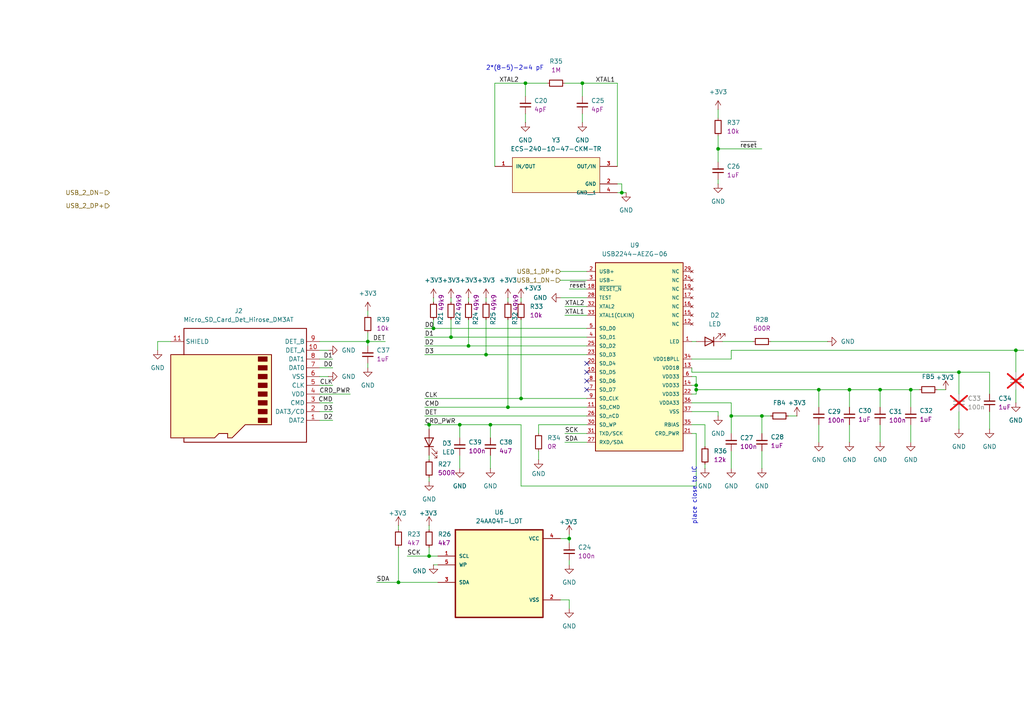
<source format=kicad_sch>
(kicad_sch (version 20231120) (generator "eeschema") (generator_version "8.0")
  (paper "A4")
  (junction (at 135.89 100.33))
  (junction (at 140.97 102.87))
  (junction (at 124.46 123.19))
  (junction (at 220.98 120.65))
  (junction (at 255.27 113.03))
  (junction (at 106.68 99.06))
  (junction (at 152.4 24.13))
  (junction (at 125.73 95.25))
  (junction (at 246.38 113.03))
  (junction (at 278.13 107.95))
  (junction (at 208.28 43.18))
  (junction (at 165.1 156.21))
  (junction (at 237.49 113.03))
  (junction (at 294.64 101.6))
  (junction (at 115.57 168.91))
  (junction (at 212.09 120.65))
  (junction (at 151.13 115.57))
  (junction (at 142.24 123.19))
  (junction (at 147.32 118.11))
  (junction (at 201.93 113.03))
  (junction (at 201.93 111.76))
  (junction (at 124.46 161.29))
  (junction (at 130.81 97.79))
  (junction (at 133.35 123.19))
  (junction (at 264.16 113.03))
  (junction (at 168.91 24.13))
  (junction (at 180.34 55.88))
  (no_connect (at 170.18 110.49))
  (no_connect (at 170.18 113.03))
  (no_connect (at 170.18 107.95))
  (no_connect (at 170.18 105.41))
  (wire (pts (xy 212.09 116.84) (xy 212.09 120.65)))
  (wire (pts (xy 125.73 92.71) (xy 125.73 95.25)))
  (wire (pts (xy 92.71 104.14) (xy 96.52 104.14)))
  (wire (pts (xy 201.93 140.97) (xy 151.13 140.97)))
  (wire (pts (xy 163.83 24.13) (xy 168.91 24.13)))
  (wire (pts (xy 220.98 120.65) (xy 220.98 125.73)))
  (wire (pts (xy 237.49 113.03) (xy 246.38 113.03)))
  (wire (pts (xy 142.24 132.08) (xy 142.24 135.89)))
  (wire (pts (xy 179.07 48.26) (xy 179.07 24.13)))
  (wire (pts (xy 130.81 92.71) (xy 130.81 97.79)))
  (wire (pts (xy 228.6 120.65) (xy 231.14 120.65)))
  (wire (pts (xy 92.71 99.06) (xy 106.68 99.06)))
  (wire (pts (xy 124.46 138.43) (xy 124.46 139.7)))
  (wire (pts (xy 124.46 152.4) (xy 124.46 153.67)))
  (wire (pts (xy 200.66 104.14) (xy 212.09 104.14)))
  (wire (pts (xy 124.46 132.08) (xy 124.46 133.35)))
  (wire (pts (xy 208.28 43.18) (xy 208.28 39.37)))
  (wire (pts (xy 92.71 119.38) (xy 96.52 119.38)))
  (wire (pts (xy 151.13 92.71) (xy 151.13 115.57)))
  (wire (pts (xy 180.34 53.34) (xy 179.07 53.34)))
  (wire (pts (xy 106.68 96.52) (xy 106.68 99.06)))
  (wire (pts (xy 246.38 113.03) (xy 246.38 118.11)))
  (wire (pts (xy 123.19 120.65) (xy 170.18 120.65)))
  (wire (pts (xy 115.57 168.91) (xy 127 168.91)))
  (wire (pts (xy 220.98 120.65) (xy 223.52 120.65)))
  (wire (pts (xy 49.53 99.06) (xy 45.72 99.06)))
  (wire (pts (xy 165.1 156.21) (xy 165.1 157.48)))
  (wire (pts (xy 165.1 162.56) (xy 165.1 163.83)))
  (wire (pts (xy 168.91 33.02) (xy 168.91 35.56)))
  (wire (pts (xy 255.27 113.03) (xy 255.27 118.11)))
  (wire (pts (xy 123.19 123.19) (xy 124.46 123.19)))
  (wire (pts (xy 287.02 119.38) (xy 287.02 124.46)))
  (wire (pts (xy 45.72 99.06) (xy 45.72 101.6)))
  (wire (pts (xy 212.09 116.84) (xy 200.66 116.84)))
  (wire (pts (xy 106.68 99.06) (xy 106.68 100.33)))
  (wire (pts (xy 303.53 113.03) (xy 303.53 116.84)))
  (wire (pts (xy 208.28 52.07) (xy 208.28 53.34)))
  (wire (pts (xy 201.93 109.22) (xy 201.93 111.76)))
  (wire (pts (xy 123.19 95.25) (xy 125.73 95.25)))
  (wire (pts (xy 294.64 101.6) (xy 294.64 107.95)))
  (wire (pts (xy 125.73 86.36) (xy 125.73 87.63)))
  (wire (pts (xy 151.13 86.36) (xy 151.13 87.63)))
  (wire (pts (xy 201.93 113.03) (xy 201.93 114.3)))
  (wire (pts (xy 162.56 156.21) (xy 165.1 156.21)))
  (wire (pts (xy 264.16 123.19) (xy 264.16 128.27)))
  (wire (pts (xy 212.09 104.14) (xy 212.09 101.6)))
  (wire (pts (xy 92.71 116.84) (xy 96.52 116.84)))
  (wire (pts (xy 204.47 134.62) (xy 204.47 135.89)))
  (wire (pts (xy 163.83 88.9) (xy 170.18 88.9)))
  (wire (pts (xy 220.98 130.81) (xy 220.98 135.89)))
  (wire (pts (xy 278.13 107.95) (xy 278.13 114.3)))
  (wire (pts (xy 142.24 123.19) (xy 151.13 123.19)))
  (wire (pts (xy 201.93 114.3) (xy 200.66 114.3)))
  (wire (pts (xy 264.16 113.03) (xy 266.7 113.03)))
  (wire (pts (xy 201.93 109.22) (xy 200.66 109.22)))
  (wire (pts (xy 124.46 123.19) (xy 124.46 124.46)))
  (wire (pts (xy 115.57 152.4) (xy 115.57 153.67)))
  (wire (pts (xy 212.09 120.65) (xy 212.09 125.73)))
  (wire (pts (xy 92.71 106.68) (xy 96.52 106.68)))
  (wire (pts (xy 156.21 130.81) (xy 156.21 133.35)))
  (wire (pts (xy 200.66 123.19) (xy 204.47 123.19)))
  (wire (pts (xy 163.83 91.44) (xy 170.18 91.44)))
  (wire (pts (xy 165.1 83.82) (xy 170.18 83.82)))
  (wire (pts (xy 125.73 163.83) (xy 127 163.83)))
  (wire (pts (xy 123.19 115.57) (xy 151.13 115.57)))
  (wire (pts (xy 151.13 140.97) (xy 151.13 123.19)))
  (wire (pts (xy 123.19 100.33) (xy 135.89 100.33)))
  (wire (pts (xy 165.1 173.99) (xy 165.1 176.53)))
  (wire (pts (xy 162.56 86.36) (xy 170.18 86.36)))
  (wire (pts (xy 201.93 113.03) (xy 201.93 111.76)))
  (wire (pts (xy 200.66 119.38) (xy 208.28 119.38)))
  (wire (pts (xy 168.91 24.13) (xy 168.91 27.94)))
  (wire (pts (xy 237.49 123.19) (xy 237.49 128.27)))
  (wire (pts (xy 135.89 92.71) (xy 135.89 100.33)))
  (wire (pts (xy 118.11 161.29) (xy 124.46 161.29)))
  (wire (pts (xy 200.66 99.06) (xy 201.93 99.06)))
  (wire (pts (xy 140.97 92.71) (xy 140.97 102.87)))
  (wire (pts (xy 92.71 114.3) (xy 101.6 114.3)))
  (wire (pts (xy 147.32 92.71) (xy 147.32 118.11)))
  (wire (pts (xy 125.73 95.25) (xy 170.18 95.25)))
  (wire (pts (xy 115.57 158.75) (xy 115.57 168.91)))
  (wire (pts (xy 106.68 105.41) (xy 106.68 106.68)))
  (wire (pts (xy 287.02 114.3) (xy 287.02 107.95)))
  (wire (pts (xy 209.55 99.06) (xy 218.44 99.06)))
  (wire (pts (xy 246.38 128.27) (xy 246.38 123.19)))
  (wire (pts (xy 208.28 43.18) (xy 220.98 43.18)))
  (wire (pts (xy 109.22 168.91) (xy 115.57 168.91)))
  (wire (pts (xy 123.19 97.79) (xy 130.81 97.79)))
  (wire (pts (xy 212.09 120.65) (xy 220.98 120.65)))
  (wire (pts (xy 180.34 55.88) (xy 180.34 53.34)))
  (wire (pts (xy 143.51 48.26) (xy 143.51 24.13)))
  (wire (pts (xy 92.71 109.22) (xy 95.25 109.22)))
  (wire (pts (xy 255.27 123.19) (xy 255.27 128.27)))
  (wire (pts (xy 201.93 125.73) (xy 201.93 140.97)))
  (wire (pts (xy 200.66 107.95) (xy 278.13 107.95)))
  (wire (pts (xy 130.81 86.36) (xy 130.81 87.63)))
  (wire (pts (xy 246.38 113.03) (xy 255.27 113.03)))
  (wire (pts (xy 106.68 99.06) (xy 111.76 99.06)))
  (wire (pts (xy 212.09 130.81) (xy 212.09 135.89)))
  (wire (pts (xy 133.35 123.19) (xy 142.24 123.19)))
  (wire (pts (xy 223.52 99.06) (xy 240.03 99.06)))
  (wire (pts (xy 140.97 102.87) (xy 170.18 102.87)))
  (wire (pts (xy 208.28 119.38) (xy 208.28 120.65)))
  (wire (pts (xy 143.51 24.13) (xy 152.4 24.13)))
  (wire (pts (xy 162.56 173.99) (xy 165.1 173.99)))
  (wire (pts (xy 135.89 100.33) (xy 170.18 100.33)))
  (wire (pts (xy 162.56 78.74) (xy 170.18 78.74)))
  (wire (pts (xy 147.32 86.36) (xy 147.32 87.63)))
  (wire (pts (xy 123.19 102.87) (xy 140.97 102.87)))
  (wire (pts (xy 92.71 101.6) (xy 95.25 101.6)))
  (wire (pts (xy 278.13 119.38) (xy 278.13 124.46)))
  (wire (pts (xy 264.16 118.11) (xy 264.16 113.03)))
  (wire (pts (xy 237.49 113.03) (xy 237.49 118.11)))
  (wire (pts (xy 255.27 113.03) (xy 264.16 113.03)))
  (wire (pts (xy 278.13 107.95) (xy 287.02 107.95)))
  (wire (pts (xy 152.4 33.02) (xy 152.4 35.56)))
  (wire (pts (xy 123.19 118.11) (xy 147.32 118.11)))
  (wire (pts (xy 208.28 31.75) (xy 208.28 34.29)))
  (wire (pts (xy 162.56 81.28) (xy 170.18 81.28)))
  (wire (pts (xy 163.83 128.27) (xy 170.18 128.27)))
  (wire (pts (xy 135.89 86.36) (xy 135.89 87.63)))
  (wire (pts (xy 212.09 101.6) (xy 294.64 101.6)))
  (wire (pts (xy 140.97 86.36) (xy 140.97 87.63)))
  (wire (pts (xy 201.93 111.76) (xy 200.66 111.76)))
  (wire (pts (xy 179.07 55.88) (xy 180.34 55.88)))
  (wire (pts (xy 200.66 107.95) (xy 200.66 106.68)))
  (wire (pts (xy 163.83 125.73) (xy 170.18 125.73)))
  (wire (pts (xy 133.35 123.19) (xy 133.35 127)))
  (wire (pts (xy 124.46 123.19) (xy 133.35 123.19)))
  (wire (pts (xy 130.81 97.79) (xy 170.18 97.79)))
  (wire (pts (xy 165.1 156.21) (xy 165.1 154.94)))
  (wire (pts (xy 170.18 123.19) (xy 156.21 123.19)))
  (wire (pts (xy 200.66 125.73) (xy 201.93 125.73)))
  (wire (pts (xy 168.91 24.13) (xy 179.07 24.13)))
  (wire (pts (xy 142.24 123.19) (xy 142.24 127)))
  (wire (pts (xy 303.53 107.95) (xy 303.53 101.6)))
  (wire (pts (xy 201.93 113.03) (xy 237.49 113.03)))
  (wire (pts (xy 156.21 123.19) (xy 156.21 125.73)))
  (wire (pts (xy 271.78 113.03) (xy 274.32 113.03)))
  (wire (pts (xy 152.4 24.13) (xy 158.75 24.13)))
  (wire (pts (xy 124.46 161.29) (xy 127 161.29)))
  (wire (pts (xy 152.4 24.13) (xy 152.4 27.94)))
  (wire (pts (xy 294.64 113.03) (xy 294.64 116.84)))
  (wire (pts (xy 92.71 111.76) (xy 96.52 111.76)))
  (wire (pts (xy 151.13 115.57) (xy 170.18 115.57)))
  (wire (pts (xy 106.68 90.17) (xy 106.68 91.44)))
  (wire (pts (xy 124.46 158.75) (xy 124.46 161.29)))
  (wire (pts (xy 133.35 132.08) (xy 133.35 135.89)))
  (wire (pts (xy 147.32 118.11) (xy 170.18 118.11)))
  (wire (pts (xy 208.28 43.18) (xy 208.28 46.99)))
  (wire (pts (xy 92.71 121.92) (xy 96.52 121.92)))
  (wire (pts (xy 180.34 55.88) (xy 181.61 55.88)))
  (wire (pts (xy 294.64 101.6) (xy 303.53 101.6)))
  (wire (pts (xy 204.47 123.19) (xy 204.47 129.54)))
  (text "place close to IC" (at 201.422 143.764 90) (effects (font (size 1.27 1.27))))
  (text "2*(8-5)-2=4 pF" (at 149.352 19.812 0) (effects (font (size 1.27 1.27))))
  (label "XTAL1" (at 163.83 91.44 0))
  (label "SDA" (at 109.22 168.91 0))
  (label "SCK" (at 118.11 161.29 0))
  (label "SCK" (at 163.83 125.73 0))
  (label "XTAL1" (at 172.72 24.13 0))
  (label "~{reset}" (at 165.1 83.82 0))
  (label "D2" (at 96.52 121.92 180))
  (label "D2" (at 123.19 100.33 0))
  (label "DET" (at 123.19 120.65 0))
  (label "CMD" (at 123.19 118.11 0))
  (label "CMD" (at 96.52 116.84 180))
  (label "CLK" (at 96.52 111.76 180))
  (label "D1" (at 123.19 97.79 0))
  (label "D0" (at 96.52 106.68 180))
  (label "XTAL2" (at 144.78 24.13 0))
  (label "D1" (at 96.52 104.14 180))
  (label "~{reset}" (at 214.63 43.18 0))
  (label "D0" (at 123.19 95.25 0))
  (label "D3" (at 123.19 102.87 0))
  (label "SDA" (at 163.83 128.27 0))
  (label "XTAL2" (at 163.83 88.9 0))
  (label "CRD_PWR" (at 123.19 123.19 0))
  (label "DET" (at 111.76 99.06 180))
  (label "D3" (at 96.52 119.38 180))
  (label "CLK" (at 123.19 115.57 0))
  (label "CRD_PWR" (at 101.6 114.3 180))
  (hierarchical_label "USB_1_DN-" (shape input) (at 162.56 81.28 180))
  (hierarchical_label "USB_2_DP+" (shape input) (at 31.75 59.69 180))
  (hierarchical_label "USB_1_DP+" (shape input) (at 162.56 78.74 180))
  (hierarchical_label "USB_2_DN-" (shape input) (at 31.75 55.88 180))
  (symbol (lib_id "M2SmartHomeSymbols:KP-1608CGCK") (at 124.46 128.27 90) (unit 1)
    (property "Reference" "D3" (at 128.27 128.5874 90) (effects (justify right)))
    (property "Value" "LED" (at 128.27 131.1274 90) (effects (justify right)))
    (property "Footprint" "M2SmartHomeFootprints:LED_KPT-1608ZGC" (effects (hide yes)))
    (property "Datasheet" "http://www.kingbright.com/attachments/file/psearch//000/00/00/KP-1608CGCK(Ver.23B).pdf" (effects (hide yes)))
    (property "Description" "Light emitting diode" (effects (hide yes)))
  )
  (symbol (lib_id "M2SmartHomeSymbols:R_49k9_0402") (at 140.97 92.71 90) (unit 1)
    (property "Reference" "R25" (at 143.002 90.424 0) (effects (justify right)))
    (property "Value" "R_49k9_0402" (effects (hide yes)))
    (property "Footprint" "R_49k9_0402:R_0402_1005Metric" (effects (hide yes)))
    (property "Datasheet" "https://www.vishay.com/docs/20035/crcw0402.pdf" (effects (hide yes)))
    (property "Description" "SMD Thick Film Resistor, 49.9 kΩ, ±1%, 1/16 W, 0402 [1005 Metric], CRCW Series" (effects (hide yes)))
    (property "MPN" "CRCW040249K9FKED" (effects (hide yes)))
    (property "Manufacturer" "Vishay" (effects (hide yes)))
    (property "License" "Apache-2.0" (effects (hide yes)))
    (property "Author" "Your Name" (effects (hide yes)))
    (property "Val" "49k9" (at 143.256 85.344 0) (effects (justify right)))
    (property "Tolerance" "1%" (effects (hide yes)))
    (property "Power" "1/16 W" (effects (hide yes)))
  )
  (symbol (lib_id "power:GND") (at 246.38 128.27 0) (unit 1)
    (property "Reference" "#PWR084" (effects (hide yes)))
    (property "Value" "GND" (at 246.38 133.35 0))
    (property "Description" "Power symbol creates a global label with name \"GND\" , ground" (effects (hide yes)))
  )
  (symbol (lib_id "power:GND") (at 212.09 135.89 0) (unit 1)
    (property "Reference" "#PWR079" (effects (hide yes)))
    (property "Value" "GND" (at 212.09 140.97 0))
    (property "Description" "Power symbol creates a global label with name \"GND\" , ground" (effects (hide yes)))
  )
  (symbol (lib_id "power:GND") (at 165.1 176.53 0) (unit 1)
    (property "Reference" "#PWR072" (effects (hide yes)))
    (property "Value" "GND" (at 165.1 181.61 0))
    (property "Description" "Power symbol creates a global label with name \"GND\" , ground" (effects (hide yes)))
  )
  (symbol (lib_id "power:+3V3") (at 231.14 120.65 0) (unit 1)
    (property "Reference" "#PWR081" (effects (hide yes)))
    (property "Value" "+3V3" (at 231.14 116.84 0))
    (property "Description" "Power symbol creates a global label with name \"+3V3\"" (effects (hide yes)))
  )
  (symbol (lib_id "M2SmartHomeSymbols:R_49k9_0402") (at 135.89 92.71 90) (unit 1)
    (property "Reference" "R24" (at 137.922 90.424 0) (effects (justify right)))
    (property "Value" "R_49k9_0402" (effects (hide yes)))
    (property "Footprint" "R_49k9_0402:R_0402_1005Metric" (effects (hide yes)))
    (property "Datasheet" "https://www.vishay.com/docs/20035/crcw0402.pdf" (effects (hide yes)))
    (property "Description" "SMD Thick Film Resistor, 49.9 kΩ, ±1%, 1/16 W, 0402 [1005 Metric], CRCW Series" (effects (hide yes)))
    (property "MPN" "CRCW040249K9FKED" (effects (hide yes)))
    (property "Manufacturer" "Vishay" (effects (hide yes)))
    (property "License" "Apache-2.0" (effects (hide yes)))
    (property "Author" "Your Name" (effects (hide yes)))
    (property "Val" "49k9" (at 138.176 85.344 0) (effects (justify right)))
    (property "Tolerance" "1%" (effects (hide yes)))
    (property "Power" "1/16 W" (effects (hide yes)))
  )
  (symbol (lib_id "M2SmartHomeSymbols:C_1uF_0402") (at 220.98 130.81 90) (unit 1)
    (property "Reference" "C28" (at 223.52 126.746 90) (effects (justify right)))
    (property "Value" "C_1uF_0402" (effects (hide yes)))
    (property "Footprint" "C_1uF_0402:C_0402_1005Metric" (effects (hide yes)))
    (property "Datasheet" "https://www.murata.com/products/productdetail?partno=GRM155R61H105KE92%23" (effects (hide yes)))
    (property "Description" "SMD Multilayer Ceramic Capacitor, 1 µF, 50 V, 0402 [1005 Metric], ±10%, X5R, GRM Series" (effects (hide yes)))
    (property "MPN" "GRM155R61H105KE92D" (effects (hide yes)))
    (property "Manufacturer" "Murata" (effects (hide yes)))
    (property "License" "Apache-2.0" (effects (hide yes)))
    (property "Author" "Your Name" (effects (hide yes)))
    (property "Val" "1uF" (at 223.52 129.286 90) (effects (justify right)))
    (property "Voltage" "50V" (effects (hide yes)))
    (property "Dielectric" "X5R" (effects (hide yes)))
  )
  (symbol (lib_id "power:GND") (at 303.53 116.84 0) (unit 1)
    (property "Reference" "#PWR091" (effects (hide yes)))
    (property "Value" "GND" (at 303.53 121.92 0))
    (property "Description" "Power symbol creates a global label with name \"GND\" , ground" (effects (hide yes)))
  )
  (symbol (lib_id "M2SmartHomeSymbols:R_1M_0402") (at 158.75 24.13 0) (unit 1)
    (property "Reference" "R35" (at 161.29 17.78 0))
    (property "Value" "R_1M_0402" (effects (hide yes)))
    (property "Footprint" "R_1M_0402:R_0402_1005Metric" (effects (hide yes)))
    (property "Datasheet" "https://www.vishay.com/docs/20035/crcw0402.pdf" (effects (hide yes)))
    (property "Description" "SMD Thick Film Resistor, 1 MΩ, ±1%, 1/16 W, 0402 [1005 Metric], CRCW Series" (effects (hide yes)))
    (property "MPN" "CRCW04021M00FKED" (effects (hide yes)))
    (property "Manufacturer" "Vishay" (effects (hide yes)))
    (property "License" "Apache-2.0" (effects (hide yes)))
    (property "Author" "Your Name" (effects (hide yes)))
    (property "Val" "1M" (at 161.29 20.32 0))
    (property "Tolerance" "1%" (effects (hide yes)))
    (property "Power" "1/16 W" (effects (hide yes)))
  )
  (symbol (lib_id "M2SmartHomeSymbols:R_500R_0402") (at 223.52 99.06 180) (unit 1)
    (property "Reference" "R28" (at 220.98 92.71 0))
    (property "Value" "R_500R_0402" (effects (hide yes)))
    (property "Footprint" "R_500R_0402:R_0402_1005Metric" (effects (hide yes)))
    (property "Datasheet" "https://www.vishay.com/docs/20035/crcw0402.pdf" (effects (hide yes)))
    (property "Description" "SMD Thick Film Resistor, 500 Ω, ±1%, 1/16 W, 0402 [1005 Metric], CRCW Series" (effects (hide yes)))
    (property "MPN" "CRCW0402500RFKED" (effects (hide yes)))
    (property "Manufacturer" "Vishay" (effects (hide yes)))
    (property "License" "Apache-2.0" (effects (hide yes)))
    (property "Author" "Your Name" (effects (hide yes)))
    (property "Val" "500R" (at 220.98 95.25 0))
    (property "Tolerance" "1%" (effects (hide yes)))
    (property "Power" "1/16 W" (effects (hide yes)))
  )
  (symbol (lib_id "M2SmartHomeSymbols:R_49k9_0402") (at 130.81 92.71 90) (unit 1)
    (property "Reference" "R22" (at 132.842 90.424 0) (effects (justify right)))
    (property "Value" "R_49k9_0402" (effects (hide yes)))
    (property "Footprint" "R_49k9_0402:R_0402_1005Metric" (effects (hide yes)))
    (property "Datasheet" "https://www.vishay.com/docs/20035/crcw0402.pdf" (effects (hide yes)))
    (property "Description" "SMD Thick Film Resistor, 49.9 kΩ, ±1%, 1/16 W, 0402 [1005 Metric], CRCW Series" (effects (hide yes)))
    (property "MPN" "CRCW040249K9FKED" (effects (hide yes)))
    (property "Manufacturer" "Vishay" (effects (hide yes)))
    (property "License" "Apache-2.0" (effects (hide yes)))
    (property "Author" "Your Name" (effects (hide yes)))
    (property "Val" "49k9" (at 133.096 85.344 0) (effects (justify right)))
    (property "Tolerance" "1%" (effects (hide yes)))
    (property "Power" "1/16 W" (effects (hide yes)))
  )
  (symbol (lib_id "power:GND") (at 125.73 163.83 0) (unit 1)
    (property "Reference" "#PWR059" (effects (hide yes)))
    (property "Value" "GND" (at 121.666 165.608 0))
    (property "Description" "Power symbol creates a global label with name \"GND\" , ground" (effects (hide yes)))
  )
  (symbol (lib_id "power:+3V3") (at 125.73 86.36 0) (unit 1)
    (property "Reference" "#PWR053" (effects (hide yes)))
    (property "Value" "+3V3" (at 125.73 81.28 0))
    (property "Description" "Power symbol creates a global label with name \"+3V3\"" (effects (hide yes)))
  )
  (symbol (lib_id "M2SmartHomeSymbols:C_100n_0402") (at 255.27 123.19 90) (unit 1)
    (property "Reference" "C31" (at 257.81 119.3736 90) (effects (justify right)))
    (property "Value" "C_100n_0402" (effects (hide yes)))
    (property "Footprint" "C_100n_0402:C_0402_1005Metric" (effects (hide yes)))
    (property "Datasheet" "https://www.murata.com/products/productdetail?partno=GRM155R61A104KE01%23" (effects (hide yes)))
    (property "Description" "SMD Multilayer Ceramic Capacitor, 100 nF, 10 V, 0402 [1005 Metric], ±10%, X5R, GRM Series" (effects (hide yes)))
    (property "MPN" "GRM155R61A104KE01D" (effects (hide yes)))
    (property "Manufacturer" "Murata" (effects (hide yes)))
    (property "License" "Apache-2.0" (effects (hide yes)))
    (property "Author" "Your Name" (effects (hide yes)))
    (property "Val" "100n" (at 257.81 121.9136 90) (effects (justify right)))
    (property "Voltage" "10V" (effects (hide yes)))
    (property "Dielectric" "X5R" (effects (hide yes)))
  )
  (symbol (lib_id "M2SmartHomeSymbols:C_4pF_0402") (at 152.4 33.02 90) (unit 1)
    (property "Reference" "C20" (at 154.94 29.2036 90) (effects (justify right)))
    (property "Value" "C_4pF_0402" (effects (hide yes)))
    (property "Footprint" "C_4pF_0402:C_0402_1005Metric" (effects (hide yes)))
    (property "Datasheet" "https://www.murata.com/products/productdetail?partno=GRM1555C1H4R0CA01%23" (effects (hide yes)))
    (property "Description" "SMD Multilayer Ceramic Capacitor, 4.0 pF, 50 V, 0402 [1005 Metric], ±0.25 pF, C0G/NP0, GRM Series" (effects (hide yes)))
    (property "MPN" "GRM1555C1H4R0CA01D" (effects (hide yes)))
    (property "Manufacturer" "Murata" (effects (hide yes)))
    (property "License" "Apache-2.0" (effects (hide yes)))
    (property "Author" "Your Name" (effects (hide yes)))
    (property "Val" "4pF" (at 154.94 31.7436 90) (effects (justify right)))
    (property "Voltage" "50V" (effects (hide yes)))
    (property "Dielectric" "C0G" (effects (hide yes)))
  )
  (symbol (lib_id "M2SmartHomeSymbols:C_1uF_0402") (at 106.68 105.41 90) (unit 1)
    (property "Reference" "C37" (at 109.22 101.5936 90) (effects (justify right)))
    (property "Value" "C_1uF_0402" (effects (hide yes)))
    (property "Footprint" "C_1uF_0402:C_0402_1005Metric" (effects (hide yes)))
    (property "Datasheet" "https://www.murata.com/products/productdetail?partno=GRM155R61H105KE92%23" (effects (hide yes)))
    (property "Description" "SMD Multilayer Ceramic Capacitor, 1 µF, 50 V, 0402 [1005 Metric], ±10%, X5R, GRM Series" (effects (hide yes)))
    (property "MPN" "GRM155R61H105KE92D" (effects (hide yes)))
    (property "Manufacturer" "Murata" (effects (hide yes)))
    (property "License" "Apache-2.0" (effects (hide yes)))
    (property "Author" "Your Name" (effects (hide yes)))
    (property "Val" "1uF" (at 109.22 104.1336 90) (effects (justify right)))
    (property "Voltage" "50V" (effects (hide yes)))
    (property "Dielectric" "X5R" (effects (hide yes)))
  )
  (symbol (lib_id "power:GND") (at 133.35 135.89 0) (unit 1)
    (property "Reference" "#PWR061" (effects (hide yes)))
    (property "Value" "GND" (at 133.35 140.97 0))
    (property "Description" "Power symbol creates a global label with name \"GND\" , ground" (effects (hide yes)))
  )
  (symbol (lib_id "M2SmartHomeSymbols:C_4u7_0402") (at 142.24 132.08 90) (unit 1)
    (property "Reference" "C38" (at 144.78 128.2636 90) (effects (justify right)))
    (property "Value" "C_4u7_0402" (effects (hide yes)))
    (property "Footprint" "C_4u7_0402:C_0402_1005Metric" (effects (hide yes)))
    (property "Datasheet" "https://www.murata.com/products/productdetail?partno=GRM155R60J475ME47%23" (effects (hide yes)))
    (property "Description" "SMD Multilayer Ceramic Capacitor, 4.7 µF, 6.3 V, 0402 [1005 Metric], ±20%, X5R, GRM Series" (effects (hide yes)))
    (property "MPN" "GRM155R60J475ME47D" (effects (hide yes)))
    (property "Manufacturer" "Murata" (effects (hide yes)))
    (property "License" "Apache-2.0" (effects (hide yes)))
    (property "Author" "Your Name" (effects (hide yes)))
    (property "Val" "4u7" (at 144.78 130.8036 90) (effects (justify right)))
    (property "Voltage" "6.3V" (effects (hide yes)))
    (property "Dielectric" "X5R" (effects (hide yes)))
  )
  (symbol (lib_id "power:+3V3") (at 124.46 152.4 0) (unit 1)
    (property "Reference" "#PWR058" (effects (hide yes)))
    (property "Value" "+3V3" (at 124.206 148.844 0))
    (property "Description" "Power symbol creates a global label with name \"+3V3\"" (effects (hide yes)))
  )
  (symbol (lib_id "power:GND") (at 152.4 35.56 0) (unit 1)
    (property "Reference" "#PWR067" (effects (hide yes)))
    (property "Value" "GND" (at 152.4 40.64 0))
    (property "Description" "Power symbol creates a global label with name \"GND\" , ground" (effects (hide yes)))
  )
  (symbol (lib_id "M2SmartHomeSymbols:R_10k_0402") (at 106.68 96.52 90) (unit 1)
    (property "Reference" "R39" (at 109.22 92.71 90) (effects (justify right)))
    (property "Value" "R_10k_0402" (effects (hide yes)))
    (property "Footprint" "R_10k_0402:R_0402_1005Metric" (effects (hide yes)))
    (property "Datasheet" "https://www.vishay.com/docs/20035/crcw0402.pdf" (effects (hide yes)))
    (property "Description" "SMD Thick Film Resistor, 10 kΩ, ±1%, 1/16 W, 0402 [1005 Metric], CRCW Series" (effects (hide yes)))
    (property "MPN" "CRCW040210K0FKED" (effects (hide yes)))
    (property "Manufacturer" "Vishay" (effects (hide yes)))
    (property "License" "Apache-2.0" (effects (hide yes)))
    (property "Author" "Your Name" (effects (hide yes)))
    (property "Val" "10k" (at 109.22 95.25 90) (effects (justify right)))
    (property "Tolerance" "1%" (effects (hide yes)))
    (property "Power" "1/16 W" (effects (hide yes)))
  )
  (symbol (lib_id "M2SmartHomeSymbols:C_100n_0402") (at 237.49 123.19 90) (unit 1)
    (property "Reference" "C29" (at 240.03 119.3736 90) (effects (justify right)))
    (property "Value" "C_100n_0402" (effects (hide yes)))
    (property "Footprint" "C_100n_0402:C_0402_1005Metric" (effects (hide yes)))
    (property "Datasheet" "https://www.murata.com/products/productdetail?partno=GRM155R61A104KE01%23" (effects (hide yes)))
    (property "Description" "SMD Multilayer Ceramic Capacitor, 100 nF, 10 V, 0402 [1005 Metric], ±10%, X5R, GRM Series" (effects (hide yes)))
    (property "MPN" "GRM155R61A104KE01D" (effects (hide yes)))
    (property "Manufacturer" "Murata" (effects (hide yes)))
    (property "License" "Apache-2.0" (effects (hide yes)))
    (property "Author" "Your Name" (effects (hide yes)))
    (property "Val" "100n" (at 240.03 121.9136 90) (effects (justify right)))
    (property "Voltage" "10V" (effects (hide yes)))
    (property "Dielectric" "X5R" (effects (hide yes)))
  )
  (symbol (lib_id "M2SmartHomeSymbols:R_4k7_0402") (at 115.57 153.67 270) (unit 1)
    (property "Reference" "R23" (at 118.11 154.94 90) (effects (justify left)))
    (property "Value" "R_4k7_0402" (effects (hide yes)))
    (property "Footprint" "R_4k7_0402:R_0402_1005Metric" (effects (hide yes)))
    (property "Datasheet" "https://www.vishay.com/docs/20035/crcw0402.pdf" (effects (hide yes)))
    (property "Description" "SMD Thick Film Resistor, 4.7 kΩ, ±1%, 1/16 W, 0402 [1005 Metric], CRCW Series" (effects (hide yes)))
    (property "MPN" "CRCW04024K70FKED" (effects (hide yes)))
    (property "Manufacturer" "Vishay" (effects (hide yes)))
    (property "License" "Apache-2.0" (effects (hide yes)))
    (property "Author" "Your Name" (effects (hide yes)))
    (property "Val" "4k7" (at 118.11 157.48 90) (effects (justify left)))
    (property "Tolerance" "1%" (effects (hide yes)))
    (property "Power" "1/16 W" (effects (hide yes)))
  )
  (symbol (lib_id "power:+3V3") (at 208.28 31.75 0) (unit 1)
    (property "Reference" "#PWR076" (effects (hide yes)))
    (property "Value" "+3V3" (at 208.28 26.67 0))
    (property "Description" "Power symbol creates a global label with name \"+3V3\"" (effects (hide yes)))
  )
  (symbol (lib_id "power:GND") (at 294.64 116.84 0) (unit 1)
    (property "Reference" "#PWR090" (effects (hide yes)))
    (property "Value" "GND" (at 294.64 121.92 0))
    (property "Description" "Power symbol creates a global label with name \"GND\" , ground" (effects (hide yes)))
  )
  (symbol (lib_id "power:+3V3") (at 147.32 86.36 0) (unit 1)
    (property "Reference" "#PWR065" (effects (hide yes)))
    (property "Value" "+3V3" (at 147.32 81.28 0))
    (property "Description" "Power symbol creates a global label with name \"+3V3\"" (effects (hide yes)))
  )
  (symbol (lib_id "M2SmartHomeSymbols:USB2244-AEZG-06") (at 185.42 96.52 0) (unit 1)
    (property "Reference" "U9" (at 184.0865 71.12 0))
    (property "Value" "USB2244-AEZG-06" (at 184.0865 73.66 0))
    (property "Footprint" "M2SmartHomeFootprints:USB2244-AEZG-06" (effects (hide yes)))
    (property "Datasheet" "https://ww1.microchip.com/downloads/aemDocuments/documents/OTH/ProductDocuments/DataSheets/00001979A.pdf" (effects (hide yes)))
    (property "MF" "Microchip" (effects (hide yes)))
    (property "Description_1" "\nUSB Hub Controller USB 2.0 USB Interface 36-SQFN (6x6)\n" (effects (hide yes)))
    (property "Package" "VFQFN-36 Microchip" (effects (hide yes)))
    (property "Price" "None" (effects (hide yes)))
    (property "Check_prices" "https://www.snapeda.com/parts/USB2512B/M2/Microchip/view-part/?ref=eda" (effects (hide yes)))
    (property "SnapEDA_Link" "https://www.snapeda.com/parts/USB2512B/M2/Microchip/view-part/?ref=snap" (effects (hide yes)))
    (property "MP" "USB2244-AEZG-06" (effects (hide yes)))
    (property "Purchase-URL" "https://www.snapeda.com/api/url_track_click_mouser/?unipart_id=633495&manufacturer=Microchip&part_name=USB2512B/M2&search_term=usb2" (effects (hide yes)))
    (property "Availability" "In Stock" (effects (hide yes)))
    (property "MANUFACTURER" "MICROCHIP" (effects (hide yes)))
  )
  (symbol (lib_id "power:GND") (at 208.28 53.34 0) (unit 1)
    (property "Reference" "#PWR077" (effects (hide yes)))
    (property "Value" "GND" (at 208.28 58.42 0))
    (property "Description" "Power symbol creates a global label with name \"GND\" , ground" (effects (hide yes)))
  )
  (symbol (lib_id "M2SmartHomeSymbols:24AA04T-I_OT") (at 144.78 166.37 0) (unit 1)
    (property "Reference" "U6" (at 144.78 148.59 0))
    (property "Value" "24AA04T-I_OT" (at 144.78 151.13 0))
    (property "Footprint" "M2SmartHomeFootprints:24AA04T-I_OT" (effects (hide yes)))
    (property "MF" "Microchip" (effects (hide yes)))
    (property "Description_1" "\n4K, 512 X 8 1.8V SERIAL EEPROM, IND | Microchip Technology Inc. 24AA04T-I/OT\n" (effects (hide yes)))
    (property "Package" "SOT-23-5 Microchip" (effects (hide yes)))
    (property "Price" "None" (effects (hide yes)))
    (property "SnapEDA_Link" "https://www.snapeda.com/parts/24AA04T-I/OT/Microchip/view-part/?ref=snap" (effects (hide yes)))
    (property "MP" "24AA04T-I/OT" (effects (hide yes)))
    (property "Purchase-URL" "https://www.snapeda.com/api/url_track_click_mouser/?unipart_id=138237&manufacturer=Microchip&part_name=24AA04T-I/OT&search_term=24aa04t-i/ot" (effects (hide yes)))
    (property "Availability" "In Stock" (effects (hide yes)))
    (property "Check_prices" "https://www.snapeda.com/parts/24AA04T-I/OT/Microchip/view-part/?ref=eda" (effects (hide yes)))
  )
  (symbol (lib_id "M2SmartHomeSymbols:R_500R_0402") (at 124.46 138.43 90) (unit 1)
    (property "Reference" "R27" (at 127 134.62 90) (effects (justify right)))
    (property "Value" "R_500R_0402" (effects (hide yes)))
    (property "Footprint" "R_500R_0402:R_0402_1005Metric" (effects (hide yes)))
    (property "Datasheet" "https://www.vishay.com/docs/20035/crcw0402.pdf" (effects (hide yes)))
    (property "Description" "SMD Thick Film Resistor, 500 Ω, ±1%, 1/16 W, 0402 [1005 Metric], CRCW Series" (effects (hide yes)))
    (property "MPN" "CRCW0402500RFKED" (effects (hide yes)))
    (property "Manufacturer" "Vishay" (effects (hide yes)))
    (property "License" "Apache-2.0" (effects (hide yes)))
    (property "Author" "Your Name" (effects (hide yes)))
    (property "Val" "500R" (at 127 137.16 90) (effects (justify right)))
    (property "Tolerance" "1%" (effects (hide yes)))
    (property "Power" "1/16 W" (effects (hide yes)))
  )
  (symbol (lib_id "power:GND") (at 220.98 135.89 0) (unit 1)
    (property "Reference" "#PWR080" (effects (hide yes)))
    (property "Value" "GND" (at 220.98 140.97 0))
    (property "Description" "Power symbol creates a global label with name \"GND\" , ground" (effects (hide yes)))
  )
  (symbol (lib_id "power:GND") (at 204.47 135.89 0) (unit 1)
    (property "Reference" "#PWR075" (effects (hide yes)))
    (property "Value" "GND" (at 204.47 140.97 0))
    (property "Description" "Power symbol creates a global label with name \"GND\" , ground" (effects (hide yes)))
  )
  (symbol (lib_id "M2SmartHomeSymbols:ECS-240-10-47-CKM-TR") (at 161.29 50.8 0) (unit 1)
    (property "Reference" "Y3" (at 161.29 40.64 0))
    (property "Value" "ECS-240-10-47-CKM-TR" (at 161.29 43.18 0))
    (property "Footprint" "M2SmartHomeFootprints:ECS-240-10-47-CKM-TR" (effects (hide yes)))
    (property "Datasheet" "https://www.farnell.com/datasheets/3182832.pdf" (effects (hide yes)))
    (property "PARTREV" "2017" (effects (hide yes)))
    (property "STANDARD" "Manufacturer Recommendation" (effects (hide yes)))
    (property "MANUFACTURER" "ECS Inc." (effects (hide yes)))
  )
  (symbol (lib_id "Connector:Micro_SD_Card_Det_Hirose_DM3AT") (at 69.85 111.76 180) (unit 1)
    (property "Reference" "J2" (at 69.215 90.17 0))
    (property "Value" "Micro_SD_Card_Det_Hirose_DM3AT" (at 69.215 92.71 0))
    (property "Datasheet" "https://www.hirose.com/product/en/download_file/key_name/DM3/category/Catalog/doc_file_id/49662/?file_category_id=4&item_id=195&is_series=1" (effects (hide yes)))
    (property "Description" "Micro SD Card Socket with card detection pins" (effects (hide yes)))
  )
  (symbol (lib_id "M2SmartHomeSymbols:R_49k9_0402") (at 125.73 92.71 90) (unit 1)
    (property "Reference" "R21" (at 127.762 90.424 0) (effects (justify right)))
    (property "Value" "R_49k9_0402" (effects (hide yes)))
    (property "Footprint" "R_49k9_0402:R_0402_1005Metric" (effects (hide yes)))
    (property "Datasheet" "https://www.vishay.com/docs/20035/crcw0402.pdf" (effects (hide yes)))
    (property "Description" "SMD Thick Film Resistor, 49.9 kΩ, ±1%, 1/16 W, 0402 [1005 Metric], CRCW Series" (effects (hide yes)))
    (property "MPN" "CRCW040249K9FKED" (effects (hide yes)))
    (property "Manufacturer" "Vishay" (effects (hide yes)))
    (property "License" "Apache-2.0" (effects (hide yes)))
    (property "Author" "Your Name" (effects (hide yes)))
    (property "Val" "49k9" (at 128.016 85.344 0) (effects (justify right)))
    (property "Tolerance" "1%" (effects (hide yes)))
    (property "Power" "1/16 W" (effects (hide yes)))
  )
  (symbol (lib_id "power:GND") (at 45.72 101.6 0) (unit 1)
    (property "Reference" "#PWR092" (effects (hide yes)))
    (property "Value" "GND" (at 45.72 106.68 0))
    (property "Description" "Power symbol creates a global label with name \"GND\" , ground" (effects (hide yes)))
  )
  (symbol (lib_id "power:+3V3") (at 115.57 152.4 0) (unit 1)
    (property "Reference" "#PWR055" (effects (hide yes)))
    (property "Value" "+3V3" (at 115.316 148.844 0))
    (property "Description" "Power symbol creates a global label with name \"+3V3\"" (effects (hide yes)))
  )
  (symbol (lib_id "power:+3V3") (at 106.68 90.17 0) (unit 1)
    (property "Reference" "#PWR094" (effects (hide yes)))
    (property "Value" "+3V3" (at 106.68 85.09 0))
    (property "Description" "Power symbol creates a global label with name \"+3V3\"" (effects (hide yes)))
  )
  (symbol (lib_id "M2SmartHomeSymbols:R_49k9_0402") (at 147.32 92.71 90) (unit 1)
    (property "Reference" "R32" (at 149.352 90.424 0) (effects (justify right)))
    (property "Value" "R_49k9_0402" (effects (hide yes)))
    (property "Footprint" "R_49k9_0402:R_0402_1005Metric" (effects (hide yes)))
    (property "Datasheet" "https://www.vishay.com/docs/20035/crcw0402.pdf" (effects (hide yes)))
    (property "Description" "SMD Thick Film Resistor, 49.9 kΩ, ±1%, 1/16 W, 0402 [1005 Metric], CRCW Series" (effects (hide yes)))
    (property "MPN" "CRCW040249K9FKED" (effects (hide yes)))
    (property "Manufacturer" "Vishay" (effects (hide yes)))
    (property "License" "Apache-2.0" (effects (hide yes)))
    (property "Author" "Your Name" (effects (hide yes)))
    (property "Val" "49k9" (at 149.606 85.344 0) (effects (justify right)))
    (property "Tolerance" "1%" (effects (hide yes)))
    (property "Power" "1/16 W" (effects (hide yes)))
  )
  (symbol (lib_id "power:GND") (at 255.27 128.27 0) (unit 1)
    (property "Reference" "#PWR085" (effects (hide yes)))
    (property "Value" "GND" (at 255.27 133.35 0))
    (property "Description" "Power symbol creates a global label with name \"GND\" , ground" (effects (hide yes)))
  )
  (symbol (lib_id "M2SmartHomeSymbols:FB_120R_0603") (at 266.7 113.03 0) (unit 1)
    (property "Reference" "FB5" (at 269.24 109.22 0))
    (property "Value" "FB_120R_0603" (effects (hide yes)))
    (property "Footprint" "FB_120R_0603:FB_0603_1608Metric" (effects (hide yes)))
    (property "Datasheet" "https://www.murata.com/products/productdetail?partno=BLM18AG121SN1D" (effects (hide yes)))
    (property "Description" "SMD Ferrite Bead, 120 Ω @ 100 MHz, 2 A, 0603 [1608 Metric], BLM18A Series" (effects (hide yes)))
    (property "MPN" "BLM18AG121SN1D" (effects (hide yes)))
    (property "Manufacturer" "Murata" (effects (hide yes)))
    (property "License" "Apache-2.0" (effects (hide yes)))
    (property "Author" "Your Name" (effects (hide yes)))
    (property "Impedance" "120R @ 100 MHz" (effects (hide yes)))
    (property "Current" "2A" (effects (hide yes)))
  )
  (symbol (lib_id "M2SmartHomeSymbols:C_1uF_0402") (at 287.02 119.38 90) (unit 1)
    (property "Reference" "C34" (at 289.56 115.57 90) (effects (justify right)))
    (property "Value" "C_1uF_0402" (effects (hide yes)))
    (property "Footprint" "C_1uF_0402:C_0402_1005Metric" (effects (hide yes)))
    (property "Datasheet" "https://www.murata.com/products/productdetail?partno=GRM155R61H105KE92%23" (effects (hide yes)))
    (property "Description" "SMD Multilayer Ceramic Capacitor, 1 µF, 50 V, 0402 [1005 Metric], ±10%, X5R, GRM Series" (effects (hide yes)))
    (property "MPN" "GRM155R61H105KE92D" (effects (hide yes)))
    (property "Manufacturer" "Murata" (effects (hide yes)))
    (property "License" "Apache-2.0" (effects (hide yes)))
    (property "Author" "Your Name" (effects (hide yes)))
    (property "Val" "1uF" (at 289.56 118.11 90) (effects (justify right)))
    (property "Voltage" "50V" (effects (hide yes)))
    (property "Dielectric" "X5R" (effects (hide yes)))
  )
  (symbol (lib_id "power:GND") (at 156.21 133.35 0) (unit 1)
    (property "Reference" "#PWR068" (effects (hide yes)))
    (property "Value" "GND" (at 156.21 137.414 0))
    (property "Description" "Power symbol creates a global label with name \"GND\" , ground" (effects (hide yes)))
  )
  (symbol (lib_id "M2SmartHomeSymbols:C_1uF_0402") (at 303.53 113.03 90) (unit 1)
    (property "Reference" "C36" (at 306.07 108.966 90) (effects (justify right)))
    (property "Value" "C_1uF_0402" (effects (hide yes)))
    (property "Footprint" "C_1uF_0402:C_0402_1005Metric" (effects (hide yes)))
    (property "Datasheet" "https://www.murata.com/products/productdetail?partno=GRM155R61H105KE92%23" (effects (hide yes)))
    (property "Description" "SMD Multilayer Ceramic Capacitor, 1 µF, 50 V, 0402 [1005 Metric], ±10%, X5R, GRM Series" (effects (hide yes)))
    (property "MPN" "GRM155R61H105KE92D" (effects (hide yes)))
    (property "Manufacturer" "Murata" (effects (hide yes)))
    (property "License" "Apache-2.0" (effects (hide yes)))
    (property "Author" "Your Name" (effects (hide yes)))
    (property "Val" "1uF" (at 306.07 111.506 90) (effects (justify right)))
    (property "Voltage" "50V" (effects (hide yes)))
    (property "Dielectric" "X5R" (effects (hide yes)))
  )
  (symbol (lib_id "power:GND") (at 237.49 128.27 0) (unit 1)
    (property "Reference" "#PWR082" (effects (hide yes)))
    (property "Value" "GND" (at 237.49 133.35 0))
    (property "Description" "Power symbol creates a global label with name \"GND\" , ground" (effects (hide yes)))
  )
  (symbol (lib_id "M2SmartHomeSymbols:C_4pF_0402") (at 168.91 33.02 90) (unit 1)
    (property "Reference" "C25" (at 171.45 29.2036 90) (effects (justify right)))
    (property "Value" "C_4pF_0402" (effects (hide yes)))
    (property "Footprint" "C_4pF_0402:C_0402_1005Metric" (effects (hide yes)))
    (property "Datasheet" "https://www.murata.com/products/productdetail?partno=GRM1555C1H4R0CA01%23" (effects (hide yes)))
    (property "Description" "SMD Multilayer Ceramic Capacitor, 4.0 pF, 50 V, 0402 [1005 Metric], ±0.25 pF, C0G/NP0, GRM Series" (effects (hide yes)))
    (property "MPN" "GRM1555C1H4R0CA01D" (effects (hide yes)))
    (property "Manufacturer" "Murata" (effects (hide yes)))
    (property "License" "Apache-2.0" (effects (hide yes)))
    (property "Author" "Your Name" (effects (hide yes)))
    (property "Val" "4pF" (at 171.45 31.7436 90) (effects (justify right)))
    (property "Voltage" "50V" (effects (hide yes)))
    (property "Dielectric" "C0G" (effects (hide yes)))
  )
  (symbol (lib_id "power:GND") (at 106.68 106.68 0) (unit 1)
    (property "Reference" "#PWR095" (effects (hide yes)))
    (property "Value" "GND" (at 106.68 111.76 0))
    (property "Description" "Power symbol creates a global label with name \"GND\" , ground" (effects (hide yes)))
  )
  (symbol (lib_id "power:GND") (at 240.03 99.06 90) (unit 1)
    (property "Reference" "#PWR083" (effects (hide yes)))
    (property "Value" "GND" (at 243.84 99.0599 90) (effects (justify right)))
    (property "Description" "Power symbol creates a global label with name \"GND\" , ground" (effects (hide yes)))
  )
  (symbol (lib_id "power:GND") (at 181.61 55.88 0) (unit 1)
    (property "Reference" "#PWR074" (effects (hide yes)))
    (property "Value" "GND" (at 181.61 60.96 0))
    (property "Description" "Power symbol creates a global label with name \"GND\" , ground" (effects (hide yes)))
  )
  (symbol (lib_id "power:GND") (at 287.02 124.46 0) (unit 1)
    (property "Reference" "#PWR089" (effects (hide yes)))
    (property "Value" "GND" (at 287.02 129.54 0))
    (property "Description" "Power symbol creates a global label with name \"GND\" , ground" (effects (hide yes)))
  )
  (symbol (lib_id "M2SmartHomeSymbols:R_0_0402") (at 156.21 130.81 90) (unit 1)
    (property "Reference" "R34" (at 158.75 127 90) (effects (justify right)))
    (property "Value" "R_0_0402" (effects (hide yes)))
    (property "Footprint" "R_0_0402:R_0402_1005Metric" (effects (hide yes)))
    (property "Datasheet" "https://www.vishay.com/docs/20035/crcw0402.pdf" (effects (hide yes)))
    (property "Description" "SMD Thick Film Resistor, 0 Ω, Jumper, 1/16 W, 0402 [1005 Metric], CRCW Series" (effects (hide yes)))
    (property "MPN" "CRCW04020000Z0ED" (effects (hide yes)))
    (property "Manufacturer" "Vishay" (effects (hide yes)))
    (property "License" "Apache-2.0" (effects (hide yes)))
    (property "Author" "Your Name" (effects (hide yes)))
    (property "Val" "0R" (at 158.75 129.54 90) (effects (justify right)))
    (property "Power" "1/16 W" (effects (hide yes)))
  )
  (symbol (lib_id "M2SmartHomeSymbols:R_10k_0402") (at 151.13 92.71 90) (unit 1)
    (property "Reference" "R33" (at 153.67 88.9 90) (effects (justify right)))
    (property "Value" "R_10k_0402" (effects (hide yes)))
    (property "Footprint" "R_10k_0402:R_0402_1005Metric" (effects (hide yes)))
    (property "Datasheet" "https://www.vishay.com/docs/20035/crcw0402.pdf" (effects (hide yes)))
    (property "Description" "SMD Thick Film Resistor, 10 kΩ, ±1%, 1/16 W, 0402 [1005 Metric], CRCW Series" (effects (hide yes)))
    (property "MPN" "CRCW040210K0FKED" (effects (hide yes)))
    (property "Manufacturer" "Vishay" (effects (hide yes)))
    (property "License" "Apache-2.0" (effects (hide yes)))
    (property "Author" "Your Name" (effects (hide yes)))
    (property "Val" "10k" (at 153.67 91.44 90) (effects (justify right)))
    (property "Tolerance" "1%" (effects (hide yes)))
    (property "Power" "1/16 W" (effects (hide yes)))
  )
  (symbol (lib_id "power:GND") (at 165.1 163.83 0) (unit 1)
    (property "Reference" "#PWR071" (effects (hide yes)))
    (property "Value" "GND" (at 165.1 168.91 0))
    (property "Description" "Power symbol creates a global label with name \"GND\" , ground" (effects (hide yes)))
  )
  (symbol (lib_id "power:+3V3") (at 274.32 113.03 0) (unit 1)
    (property "Reference" "#PWR087" (effects (hide yes)))
    (property "Value" "+3V3" (at 274.066 109.474 0))
    (property "Description" "Power symbol creates a global label with name \"+3V3\"" (effects (hide yes)))
  )
  (symbol (lib_id "power:GND") (at 95.25 101.6 90) (unit 1)
    (property "Reference" "#PWR096" (effects (hide yes)))
    (property "Value" "GND" (at 99.06 101.5999 90) (effects (justify right)))
    (property "Description" "Power symbol creates a global label with name \"GND\" , ground" (effects (hide yes)))
  )
  (symbol (lib_id "power:GND") (at 95.25 109.22 90) (unit 1)
    (property "Reference" "#PWR093" (effects (hide yes)))
    (property "Value" "GND" (at 99.06 109.2199 90) (effects (justify right)))
    (property "Description" "Power symbol creates a global label with name \"GND\" , ground" (effects (hide yes)))
  )
  (symbol (lib_id "M2SmartHomeSymbols:R_10k_0402") (at 208.28 39.37 90) (unit 1)
    (property "Reference" "R37" (at 210.82 35.56 90) (effects (justify right)))
    (property "Value" "R_10k_0402" (effects (hide yes)))
    (property "Footprint" "R_10k_0402:R_0402_1005Metric" (effects (hide yes)))
    (property "Datasheet" "https://www.vishay.com/docs/20035/crcw0402.pdf" (effects (hide yes)))
    (property "Description" "SMD Thick Film Resistor, 10 kΩ, ±1%, 1/16 W, 0402 [1005 Metric], CRCW Series" (effects (hide yes)))
    (property "MPN" "CRCW040210K0FKED" (effects (hide yes)))
    (property "Manufacturer" "Vishay" (effects (hide yes)))
    (property "License" "Apache-2.0" (effects (hide yes)))
    (property "Author" "Your Name" (effects (hide yes)))
    (property "Val" "10k" (at 210.82 38.1 90) (effects (justify right)))
    (property "Tolerance" "1%" (effects (hide yes)))
    (property "Power" "1/16 W" (effects (hide yes)))
  )
  (symbol (lib_id "M2SmartHomeSymbols:FB_120R_0603") (at 223.52 120.65 0) (unit 1)
    (property "Reference" "FB4" (at 226.06 116.84 0))
    (property "Value" "FB_120R_0603" (effects (hide yes)))
    (property "Footprint" "FB_120R_0603:FB_0603_1608Metric" (effects (hide yes)))
    (property "Datasheet" "https://www.murata.com/products/productdetail?partno=BLM18AG121SN1D" (effects (hide yes)))
    (property "Description" "SMD Ferrite Bead, 120 Ω @ 100 MHz, 2 A, 0603 [1608 Metric], BLM18A Series" (effects (hide yes)))
    (property "MPN" "BLM18AG121SN1D" (effects (hide yes)))
    (property "Manufacturer" "Murata" (effects (hide yes)))
    (property "License" "Apache-2.0" (effects (hide yes)))
    (property "Author" "Your Name" (effects (hide yes)))
    (property "Impedance" "120R @ 100 MHz" (effects (hide yes)))
    (property "Current" "2A" (effects (hide yes)))
  )
  (symbol (lib_id "M2SmartHomeSymbols:C_100n_0402") (at 133.35 132.08 90) (unit 1)
    (property "Reference" "C39" (at 135.89 128.2636 90) (effects (justify right)))
    (property "Value" "C_100n_0402" (effects (hide yes)))
    (property "Footprint" "C_100n_0402:C_0402_1005Metric" (effects (hide yes)))
    (property "Datasheet" "https://www.murata.com/products/productdetail?partno=GRM155R61A104KE01%23" (effects (hide yes)))
    (property "Description" "SMD Multilayer Ceramic Capacitor, 100 nF, 10 V, 0402 [1005 Metric], ±10%, X5R, GRM Series" (effects (hide yes)))
    (property "MPN" "GRM155R61A104KE01D" (effects (hide yes)))
    (property "Manufacturer" "Murata" (effects (hide yes)))
    (property "License" "Apache-2.0" (effects (hide yes)))
    (property "Author" "Your Name" (effects (hide yes)))
    (property "Val" "100n" (at 135.89 130.8036 90) (effects (justify right)))
    (property "Voltage" "10V" (effects (hide yes)))
    (property "Dielectric" "X5R" (effects (hide yes)))
  )
  (symbol (lib_id "M2SmartHomeSymbols:R_12k_0402") (at 204.47 134.62 90) (unit 1)
    (property "Reference" "R36" (at 207.01 130.81 90) (effects (justify right)))
    (property "Value" "R_12k_0402" (effects (hide yes)))
    (property "Footprint" "R_12k_0402:R_0402_1005Metric" (effects (hide yes)))
    (property "Datasheet" "https://www.vishay.com/docs/60115/crcw0402.pdf" (effects (hide yes)))
    (property "Description" "Thick Film Resistor, 12 kOhm, 1%, 0.063W (1/16W), 0402 [1005 Metric], ±100ppm/°C, SMD" (effects (hide yes)))
    (property "MPN" "CRCW040212K0FKTDBC" (effects (hide yes)))
    (property "Manufacturer" "Vishay" (effects (hide yes)))
    (property "License" "Apache-2.0" (effects (hide yes)))
    (property "Author" "YourName" (effects (hide yes)))
    (property "Val" "12k" (at 207.01 133.35 90) (effects (justify right)))
    (property "Tolerance" "1%" (effects (hide yes)))
    (property "Power" "0.063W" (effects (hide yes)))
    (property "Voltage" "50V" (effects (hide yes)))
    (property "Temperature Coefficient" "±100ppm/°C" (effects (hide yes)))
  )
  (symbol (lib_id "power:+3V3") (at 140.97 86.36 0) (unit 1)
    (property "Reference" "#PWR057" (effects (hide yes)))
    (property "Value" "+3V3" (at 140.97 81.28 0))
    (property "Description" "Power symbol creates a global label with name \"+3V3\"" (effects (hide yes)))
  )
  (symbol (lib_id "M2SmartHomeSymbols:C_100n_0402") (at 294.64 113.03 90) (unit 1) (dnp yes)
    (property "Reference" "C35" (at 297.18 109.2136 90) (effects (justify right)))
    (property "Value" "C_100n_0402" (effects (hide yes)))
    (property "Footprint" "C_100n_0402:C_0402_1005Metric" (effects (hide yes)))
    (property "Datasheet" "https://www.murata.com/products/productdetail?partno=GRM155R61A104KE01%23" (effects (hide yes)))
    (property "Description" "SMD Multilayer Ceramic Capacitor, 100 nF, 10 V, 0402 [1005 Metric], ±10%, X5R, GRM Series" (effects (hide yes)))
    (property "MPN" "GRM155R61A104KE01D" (effects (hide yes)))
    (property "Manufacturer" "Murata" (effects (hide yes)))
    (property "License" "Apache-2.0" (effects (hide yes)))
    (property "Author" "Your Name" (effects (hide yes)))
    (property "Val" "100n" (at 297.18 111.7536 90) (effects (justify right)))
    (property "Voltage" "10V" (effects (hide yes)))
    (property "Dielectric" "X5R" (effects (hide yes)))
  )
  (symbol (lib_id "power:GND") (at 278.13 124.46 0) (unit 1)
    (property "Reference" "#PWR088" (effects (hide yes)))
    (property "Value" "GND" (at 278.13 129.54 0))
    (property "Description" "Power symbol creates a global label with name \"GND\" , ground" (effects (hide yes)))
  )
  (symbol (lib_id "power:GND") (at 208.28 120.65 0) (unit 1)
    (property "Reference" "#PWR078" (effects (hide yes)))
    (property "Value" "GND" (at 208.28 125.73 0))
    (property "Description" "Power symbol creates a global label with name \"GND\" , ground" (effects (hide yes)))
  )
  (symbol (lib_id "power:GND") (at 168.91 35.56 0) (unit 1)
    (property "Reference" "#PWR073" (effects (hide yes)))
    (property "Value" "GND" (at 168.91 40.64 0))
    (property "Description" "Power symbol creates a global label with name \"GND\" , ground" (effects (hide yes)))
  )
  (symbol (lib_id "M2SmartHomeSymbols:C_100n_0402") (at 278.13 119.38 90) (unit 1) (dnp yes)
    (property "Reference" "C33" (at 280.67 115.5636 90) (effects (justify right)))
    (property "Value" "C_100n_0402" (effects (hide yes)))
    (property "Footprint" "C_100n_0402:C_0402_1005Metric" (effects (hide yes)))
    (property "Datasheet" "https://www.murata.com/products/productdetail?partno=GRM155R61A104KE01%23" (effects (hide yes)))
    (property "Description" "SMD Multilayer Ceramic Capacitor, 100 nF, 10 V, 0402 [1005 Metric], ±10%, X5R, GRM Series" (effects (hide yes)))
    (property "MPN" "GRM155R61A104KE01D" (effects (hide yes)))
    (property "Manufacturer" "Murata" (effects (hide yes)))
    (property "License" "Apache-2.0" (effects (hide yes)))
    (property "Author" "Your Name" (effects (hide yes)))
    (property "Val" "100n" (at 280.67 118.1036 90) (effects (justify right)))
    (property "Voltage" "10V" (effects (hide yes)))
    (property "Dielectric" "X5R" (effects (hide yes)))
  )
  (symbol (lib_id "power:+3V3") (at 165.1 154.94 0) (unit 1)
    (property "Reference" "#PWR070" (effects (hide yes)))
    (property "Value" "+3V3" (at 164.846 151.384 0))
    (property "Description" "Power symbol creates a global label with name \"+3V3\"" (effects (hide yes)))
  )
  (symbol (lib_id "M2SmartHomeSymbols:C_1uF_0402") (at 264.16 123.19 90) (unit 1)
    (property "Reference" "C32" (at 266.7 119.126 90) (effects (justify right)))
    (property "Value" "C_1uF_0402" (effects (hide yes)))
    (property "Footprint" "C_1uF_0402:C_0402_1005Metric" (effects (hide yes)))
    (property "Datasheet" "https://www.murata.com/products/productdetail?partno=GRM155R61H105KE92%23" (effects (hide yes)))
    (property "Description" "SMD Multilayer Ceramic Capacitor, 1 µF, 50 V, 0402 [1005 Metric], ±10%, X5R, GRM Series" (effects (hide yes)))
    (property "MPN" "GRM155R61H105KE92D" (effects (hide yes)))
    (property "Manufacturer" "Murata" (effects (hide yes)))
    (property "License" "Apache-2.0" (effects (hide yes)))
    (property "Author" "Your Name" (effects (hide yes)))
    (property "Val" "1uF" (at 266.7 121.666 90) (effects (justify right)))
    (property "Voltage" "50V" (effects (hide yes)))
    (property "Dielectric" "X5R" (effects (hide yes)))
  )
  (symbol (lib_id "power:+3V3") (at 135.89 86.36 0) (unit 1)
    (property "Reference" "#PWR056" (effects (hide yes)))
    (property "Value" "+3V3" (at 135.89 81.28 0))
    (property "Description" "Power symbol creates a global label with name \"+3V3\"" (effects (hide yes)))
  )
  (symbol (lib_id "M2SmartHomeSymbols:C_100n_0402") (at 165.1 162.56 90) (unit 1)
    (property "Reference" "C24" (at 167.64 158.7436 90) (effects (justify right)))
    (property "Value" "C_100n_0402" (effects (hide yes)))
    (property "Footprint" "C_100n_0402:C_0402_1005Metric" (effects (hide yes)))
    (property "Datasheet" "https://www.murata.com/products/productdetail?partno=GRM155R61A104KE01%23" (effects (hide yes)))
    (property "Description" "SMD Multilayer Ceramic Capacitor, 100 nF, 10 V, 0402 [1005 Metric], ±10%, X5R, GRM Series" (effects (hide yes)))
    (property "MPN" "GRM155R61A104KE01D" (effects (hide yes)))
    (property "Manufacturer" "Murata" (effects (hide yes)))
    (property "License" "Apache-2.0" (effects (hide yes)))
    (property "Author" "Your Name" (effects (hide yes)))
    (property "Val" "100n" (at 167.64 161.2836 90) (effects (justify right)))
    (property "Voltage" "10V" (effects (hide yes)))
    (property "Dielectric" "X5R" (effects (hide yes)))
  )
  (symbol (lib_id "power:GND") (at 162.56 86.36 270) (unit 1)
    (property "Reference" "#PWR069" (effects (hide yes)))
    (property "Value" "GND" (at 158.75 86.3599 90) (effects (justify right)))
    (property "Description" "Power symbol creates a global label with name \"GND\" , ground" (effects (hide yes)))
  )
  (symbol (lib_id "power:GND") (at 124.46 139.7 0) (unit 1)
    (property "Reference" "#PWR062" (effects (hide yes)))
    (property "Value" "GND" (at 124.46 144.78 0))
    (property "Description" "Power symbol creates a global label with name \"GND\" , ground" (effects (hide yes)))
  )
  (symbol (lib_id "power:GND") (at 142.24 135.89 0) (unit 1)
    (property "Reference" "#PWR060" (effects (hide yes)))
    (property "Value" "GND" (at 142.24 140.97 0))
    (property "Description" "Power symbol creates a global label with name \"GND\" , ground" (effects (hide yes)))
  )
  (symbol (lib_id "M2SmartHomeSymbols:C_100n_0402") (at 212.09 130.81 90) (unit 1)
    (property "Reference" "C27" (at 214.63 126.9936 90) (effects (justify right)))
    (property "Value" "C_100n_0402" (effects (hide yes)))
    (property "Footprint" "C_100n_0402:C_0402_1005Metric" (effects (hide yes)))
    (property "Datasheet" "https://www.murata.com/products/productdetail?partno=GRM155R61A104KE01%23" (effects (hide yes)))
    (property "Description" "SMD Multilayer Ceramic Capacitor, 100 nF, 10 V, 0402 [1005 Metric], ±10%, X5R, GRM Series" (effects (hide yes)))
    (property "MPN" "GRM155R61A104KE01D" (effects (hide yes)))
    (property "Manufacturer" "Murata" (effects (hide yes)))
    (property "License" "Apache-2.0" (effects (hide yes)))
    (property "Author" "Your Name" (effects (hide yes)))
    (property "Val" "100n" (at 214.63 129.5336 90) (effects (justify right)))
    (property "Voltage" "10V" (effects (hide yes)))
    (property "Dielectric" "X5R" (effects (hide yes)))
  )
  (symbol (lib_id "M2SmartHomeSymbols:C_1uF_0402") (at 208.28 52.07 90) (unit 1)
    (property "Reference" "C26" (at 210.82 48.2536 90) (effects (justify right)))
    (property "Value" "C_1uF_0402" (effects (hide yes)))
    (property "Footprint" "C_1uF_0402:C_0402_1005Metric" (effects (hide yes)))
    (property "Datasheet" "https://www.murata.com/products/productdetail?partno=GRM155R61H105KE92%23" (effects (hide yes)))
    (property "Description" "SMD Multilayer Ceramic Capacitor, 1 µF, 50 V, 0402 [1005 Metric], ±10%, X5R, GRM Series" (effects (hide yes)))
    (property "MPN" "GRM155R61H105KE92D" (effects (hide yes)))
    (property "Manufacturer" "Murata" (effects (hide yes)))
    (property "License" "Apache-2.0" (effects (hide yes)))
    (property "Author" "Your Name" (effects (hide yes)))
    (property "Val" "1uF" (at 210.82 50.7936 90) (effects (justify right)))
    (property "Voltage" "50V" (effects (hide yes)))
    (property "Dielectric" "X5R" (effects (hide yes)))
  )
  (symbol (lib_id "M2SmartHomeSymbols:C_1uF_0402") (at 246.38 123.19 90) (unit 1)
    (property "Reference" "C30" (at 248.92 119.126 90) (effects (justify right)))
    (property "Value" "C_1uF_0402" (effects (hide yes)))
    (property "Footprint" "C_1uF_0402:C_0402_1005Metric" (effects (hide yes)))
    (property "Datasheet" "https://www.murata.com/products/productdetail?partno=GRM155R61H105KE92%23" (effects (hide yes)))
    (property "Description" "SMD Multilayer Ceramic Capacitor, 1 µF, 50 V, 0402 [1005 Metric], ±10%, X5R, GRM Series" (effects (hide yes)))
    (property "MPN" "GRM155R61H105KE92D" (effects (hide yes)))
    (property "Manufacturer" "Murata" (effects (hide yes)))
    (property "License" "Apache-2.0" (effects (hide yes)))
    (property "Author" "Your Name" (effects (hide yes)))
    (property "Val" "1uF" (at 248.92 121.666 90) (effects (justify right)))
    (property "Voltage" "50V" (effects (hide yes)))
    (property "Dielectric" "X5R" (effects (hide yes)))
  )
  (symbol (lib_id "M2SmartHomeSymbols:KP-1608CGCK") (at 205.74 99.06 180) (unit 1)
    (property "Reference" "D2" (at 207.3275 91.44 0))
    (property "Value" "LED" (at 207.3275 93.98 0))
    (property "Footprint" "M2SmartHomeFootprints:LED_KPT-1608ZGC" (effects (hide yes)))
    (property "Datasheet" "http://www.kingbright.com/attachments/file/psearch//000/00/00/KP-1608CGCK(Ver.23B).pdf" (effects (hide yes)))
    (property "Description" "Light emitting diode" (effects (hide yes)))
  )
  (symbol (lib_id "power:+3V3") (at 151.13 86.36 0) (unit 1)
    (property "Reference" "#PWR066" (effects (hide yes)))
    (property "Value" "+3V3" (at 154.432 83.566 0))
    (property "Description" "Power symbol creates a global label with name \"+3V3\"" (effects (hide yes)))
  )
  (symbol (lib_id "power:GND") (at 264.16 128.27 0) (unit 1)
    (property "Reference" "#PWR086" (effects (hide yes)))
    (property "Value" "GND" (at 264.16 133.35 0))
    (property "Description" "Power symbol creates a global label with name \"GND\" , ground" (effects (hide yes)))
  )
  (symbol (lib_id "M2SmartHomeSymbols:R_4k7_0402") (at 124.46 158.75 90) (unit 1)
    (property "Reference" "R26" (at 127 154.94 90) (effects (justify right)))
    (property "Value" "R_4k7_0402" (effects (hide yes)))
    (property "Footprint" "R_4k7_0402:R_0402_1005Metric" (effects (hide yes)))
    (property "Datasheet" "https://www.vishay.com/docs/20035/crcw0402.pdf" (effects (hide yes)))
    (property "Description" "SMD Thick Film Resistor, 4.7 kΩ, ±1%, 1/16 W, 0402 [1005 Metric], CRCW Series" (effects (hide yes)))
    (property "MPN" "CRCW04024K70FKED" (effects (hide yes)))
    (property "Manufacturer" "Vishay" (effects (hide yes)))
    (property "License" "Apache-2.0" (effects (hide yes)))
    (property "Author" "Your Name" (effects (hide yes)))
    (property "Val" "4k7" (at 127 157.48 90) (effects (justify right)))
    (property "Tolerance" "1%" (effects (hide yes)))
    (property "Power" "1/16 W" (effects (hide yes)))
  )
  (symbol (lib_id "power:+3V3") (at 130.81 86.36 0) (unit 1)
    (property "Reference" "#PWR054" (effects (hide yes)))
    (property "Value" "+3V3" (at 130.81 81.28 0))
    (property "Description" "Power symbol creates a global label with name \"+3V3\"" (effects (hide yes)))
  )
)
</source>
